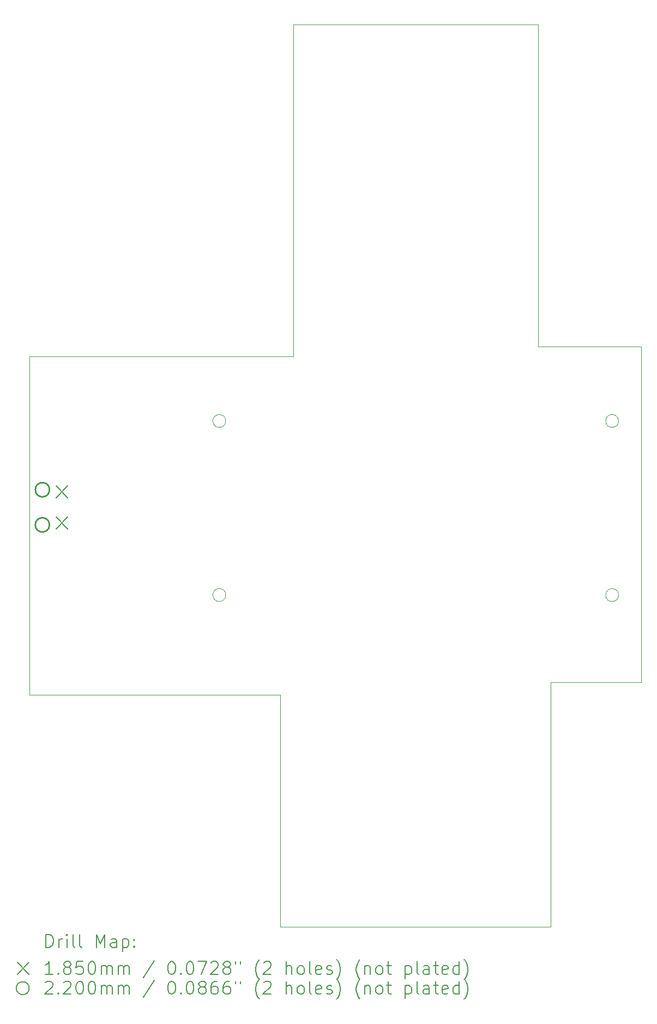
<source format=gbr>
%TF.GenerationSoftware,KiCad,Pcbnew,9.0.6*%
%TF.CreationDate,2025-12-22T22:45:33-05:00*%
%TF.ProjectId,TacoCopter_Flight_Controller,5461636f-436f-4707-9465-725f466c6967,rev?*%
%TF.SameCoordinates,Original*%
%TF.FileFunction,Drillmap*%
%TF.FilePolarity,Positive*%
%FSLAX45Y45*%
G04 Gerber Fmt 4.5, Leading zero omitted, Abs format (unit mm)*
G04 Created by KiCad (PCBNEW 9.0.6) date 2025-12-22 22:45:33*
%MOMM*%
%LPD*%
G01*
G04 APERTURE LIST*
%ADD10C,0.050000*%
%ADD11C,0.200000*%
%ADD12C,0.185000*%
%ADD13C,0.220000*%
G04 APERTURE END LIST*
D10*
X13100000Y-7650000D02*
X9000000Y-7650000D01*
X16900000Y-7500000D02*
X16900000Y-2500000D01*
X18500000Y-12700000D02*
X18500000Y-7500000D01*
X18150000Y-11350000D02*
G75*
G02*
X17950000Y-11350000I-100000J0D01*
G01*
X17950000Y-11350000D02*
G75*
G02*
X18150000Y-11350000I100000J0D01*
G01*
X9000000Y-7650000D02*
X9000000Y-12900000D01*
X18150000Y-8650000D02*
G75*
G02*
X17950000Y-8650000I-100000J0D01*
G01*
X17950000Y-8650000D02*
G75*
G02*
X18150000Y-8650000I100000J0D01*
G01*
X13100000Y-2500000D02*
X13100000Y-7650000D01*
X9000000Y-12900000D02*
X12900000Y-12900000D01*
X18500000Y-7500000D02*
X16900000Y-7500000D01*
X17100000Y-12700000D02*
X18500000Y-12700000D01*
X12900000Y-16500000D02*
X17100000Y-16500000D01*
X12050000Y-11350000D02*
G75*
G02*
X11850000Y-11350000I-100000J0D01*
G01*
X11850000Y-11350000D02*
G75*
G02*
X12050000Y-11350000I100000J0D01*
G01*
X17100000Y-16500000D02*
X17100000Y-12700000D01*
X12900000Y-12900000D02*
X12900000Y-16500000D01*
X12050000Y-8650000D02*
G75*
G02*
X11850000Y-8650000I-100000J0D01*
G01*
X11850000Y-8650000D02*
G75*
G02*
X12050000Y-8650000I100000J0D01*
G01*
X16900000Y-2500000D02*
X13100000Y-2500000D01*
D11*
D12*
X9413500Y-9654000D02*
X9598500Y-9839000D01*
X9598500Y-9654000D02*
X9413500Y-9839000D01*
X9413500Y-10139000D02*
X9598500Y-10324000D01*
X9598500Y-10139000D02*
X9413500Y-10324000D01*
D13*
X9313000Y-9716500D02*
G75*
G02*
X9093000Y-9716500I-110000J0D01*
G01*
X9093000Y-9716500D02*
G75*
G02*
X9313000Y-9716500I110000J0D01*
G01*
X9313000Y-10261500D02*
G75*
G02*
X9093000Y-10261500I-110000J0D01*
G01*
X9093000Y-10261500D02*
G75*
G02*
X9313000Y-10261500I110000J0D01*
G01*
D11*
X9258277Y-16813984D02*
X9258277Y-16613984D01*
X9258277Y-16613984D02*
X9305896Y-16613984D01*
X9305896Y-16613984D02*
X9334467Y-16623508D01*
X9334467Y-16623508D02*
X9353515Y-16642555D01*
X9353515Y-16642555D02*
X9363039Y-16661603D01*
X9363039Y-16661603D02*
X9372563Y-16699698D01*
X9372563Y-16699698D02*
X9372563Y-16728269D01*
X9372563Y-16728269D02*
X9363039Y-16766365D01*
X9363039Y-16766365D02*
X9353515Y-16785412D01*
X9353515Y-16785412D02*
X9334467Y-16804460D01*
X9334467Y-16804460D02*
X9305896Y-16813984D01*
X9305896Y-16813984D02*
X9258277Y-16813984D01*
X9458277Y-16813984D02*
X9458277Y-16680650D01*
X9458277Y-16718746D02*
X9467801Y-16699698D01*
X9467801Y-16699698D02*
X9477324Y-16690174D01*
X9477324Y-16690174D02*
X9496372Y-16680650D01*
X9496372Y-16680650D02*
X9515420Y-16680650D01*
X9582086Y-16813984D02*
X9582086Y-16680650D01*
X9582086Y-16613984D02*
X9572563Y-16623508D01*
X9572563Y-16623508D02*
X9582086Y-16633031D01*
X9582086Y-16633031D02*
X9591610Y-16623508D01*
X9591610Y-16623508D02*
X9582086Y-16613984D01*
X9582086Y-16613984D02*
X9582086Y-16633031D01*
X9705896Y-16813984D02*
X9686848Y-16804460D01*
X9686848Y-16804460D02*
X9677324Y-16785412D01*
X9677324Y-16785412D02*
X9677324Y-16613984D01*
X9810658Y-16813984D02*
X9791610Y-16804460D01*
X9791610Y-16804460D02*
X9782086Y-16785412D01*
X9782086Y-16785412D02*
X9782086Y-16613984D01*
X10039229Y-16813984D02*
X10039229Y-16613984D01*
X10039229Y-16613984D02*
X10105896Y-16756841D01*
X10105896Y-16756841D02*
X10172563Y-16613984D01*
X10172563Y-16613984D02*
X10172563Y-16813984D01*
X10353515Y-16813984D02*
X10353515Y-16709222D01*
X10353515Y-16709222D02*
X10343991Y-16690174D01*
X10343991Y-16690174D02*
X10324944Y-16680650D01*
X10324944Y-16680650D02*
X10286848Y-16680650D01*
X10286848Y-16680650D02*
X10267801Y-16690174D01*
X10353515Y-16804460D02*
X10334467Y-16813984D01*
X10334467Y-16813984D02*
X10286848Y-16813984D01*
X10286848Y-16813984D02*
X10267801Y-16804460D01*
X10267801Y-16804460D02*
X10258277Y-16785412D01*
X10258277Y-16785412D02*
X10258277Y-16766365D01*
X10258277Y-16766365D02*
X10267801Y-16747317D01*
X10267801Y-16747317D02*
X10286848Y-16737793D01*
X10286848Y-16737793D02*
X10334467Y-16737793D01*
X10334467Y-16737793D02*
X10353515Y-16728269D01*
X10448753Y-16680650D02*
X10448753Y-16880650D01*
X10448753Y-16690174D02*
X10467801Y-16680650D01*
X10467801Y-16680650D02*
X10505896Y-16680650D01*
X10505896Y-16680650D02*
X10524944Y-16690174D01*
X10524944Y-16690174D02*
X10534467Y-16699698D01*
X10534467Y-16699698D02*
X10543991Y-16718746D01*
X10543991Y-16718746D02*
X10543991Y-16775888D01*
X10543991Y-16775888D02*
X10534467Y-16794936D01*
X10534467Y-16794936D02*
X10524944Y-16804460D01*
X10524944Y-16804460D02*
X10505896Y-16813984D01*
X10505896Y-16813984D02*
X10467801Y-16813984D01*
X10467801Y-16813984D02*
X10448753Y-16804460D01*
X10629705Y-16794936D02*
X10639229Y-16804460D01*
X10639229Y-16804460D02*
X10629705Y-16813984D01*
X10629705Y-16813984D02*
X10620182Y-16804460D01*
X10620182Y-16804460D02*
X10629705Y-16794936D01*
X10629705Y-16794936D02*
X10629705Y-16813984D01*
X10629705Y-16690174D02*
X10639229Y-16699698D01*
X10639229Y-16699698D02*
X10629705Y-16709222D01*
X10629705Y-16709222D02*
X10620182Y-16699698D01*
X10620182Y-16699698D02*
X10629705Y-16690174D01*
X10629705Y-16690174D02*
X10629705Y-16709222D01*
D12*
X8812500Y-17050000D02*
X8997500Y-17235000D01*
X8997500Y-17050000D02*
X8812500Y-17235000D01*
D11*
X9363039Y-17233984D02*
X9248753Y-17233984D01*
X9305896Y-17233984D02*
X9305896Y-17033984D01*
X9305896Y-17033984D02*
X9286848Y-17062555D01*
X9286848Y-17062555D02*
X9267801Y-17081603D01*
X9267801Y-17081603D02*
X9248753Y-17091127D01*
X9448753Y-17214936D02*
X9458277Y-17224460D01*
X9458277Y-17224460D02*
X9448753Y-17233984D01*
X9448753Y-17233984D02*
X9439229Y-17224460D01*
X9439229Y-17224460D02*
X9448753Y-17214936D01*
X9448753Y-17214936D02*
X9448753Y-17233984D01*
X9572563Y-17119698D02*
X9553515Y-17110174D01*
X9553515Y-17110174D02*
X9543991Y-17100650D01*
X9543991Y-17100650D02*
X9534467Y-17081603D01*
X9534467Y-17081603D02*
X9534467Y-17072079D01*
X9534467Y-17072079D02*
X9543991Y-17053031D01*
X9543991Y-17053031D02*
X9553515Y-17043508D01*
X9553515Y-17043508D02*
X9572563Y-17033984D01*
X9572563Y-17033984D02*
X9610658Y-17033984D01*
X9610658Y-17033984D02*
X9629705Y-17043508D01*
X9629705Y-17043508D02*
X9639229Y-17053031D01*
X9639229Y-17053031D02*
X9648753Y-17072079D01*
X9648753Y-17072079D02*
X9648753Y-17081603D01*
X9648753Y-17081603D02*
X9639229Y-17100650D01*
X9639229Y-17100650D02*
X9629705Y-17110174D01*
X9629705Y-17110174D02*
X9610658Y-17119698D01*
X9610658Y-17119698D02*
X9572563Y-17119698D01*
X9572563Y-17119698D02*
X9553515Y-17129222D01*
X9553515Y-17129222D02*
X9543991Y-17138746D01*
X9543991Y-17138746D02*
X9534467Y-17157793D01*
X9534467Y-17157793D02*
X9534467Y-17195889D01*
X9534467Y-17195889D02*
X9543991Y-17214936D01*
X9543991Y-17214936D02*
X9553515Y-17224460D01*
X9553515Y-17224460D02*
X9572563Y-17233984D01*
X9572563Y-17233984D02*
X9610658Y-17233984D01*
X9610658Y-17233984D02*
X9629705Y-17224460D01*
X9629705Y-17224460D02*
X9639229Y-17214936D01*
X9639229Y-17214936D02*
X9648753Y-17195889D01*
X9648753Y-17195889D02*
X9648753Y-17157793D01*
X9648753Y-17157793D02*
X9639229Y-17138746D01*
X9639229Y-17138746D02*
X9629705Y-17129222D01*
X9629705Y-17129222D02*
X9610658Y-17119698D01*
X9829705Y-17033984D02*
X9734467Y-17033984D01*
X9734467Y-17033984D02*
X9724944Y-17129222D01*
X9724944Y-17129222D02*
X9734467Y-17119698D01*
X9734467Y-17119698D02*
X9753515Y-17110174D01*
X9753515Y-17110174D02*
X9801134Y-17110174D01*
X9801134Y-17110174D02*
X9820182Y-17119698D01*
X9820182Y-17119698D02*
X9829705Y-17129222D01*
X9829705Y-17129222D02*
X9839229Y-17148270D01*
X9839229Y-17148270D02*
X9839229Y-17195889D01*
X9839229Y-17195889D02*
X9829705Y-17214936D01*
X9829705Y-17214936D02*
X9820182Y-17224460D01*
X9820182Y-17224460D02*
X9801134Y-17233984D01*
X9801134Y-17233984D02*
X9753515Y-17233984D01*
X9753515Y-17233984D02*
X9734467Y-17224460D01*
X9734467Y-17224460D02*
X9724944Y-17214936D01*
X9963039Y-17033984D02*
X9982086Y-17033984D01*
X9982086Y-17033984D02*
X10001134Y-17043508D01*
X10001134Y-17043508D02*
X10010658Y-17053031D01*
X10010658Y-17053031D02*
X10020182Y-17072079D01*
X10020182Y-17072079D02*
X10029705Y-17110174D01*
X10029705Y-17110174D02*
X10029705Y-17157793D01*
X10029705Y-17157793D02*
X10020182Y-17195889D01*
X10020182Y-17195889D02*
X10010658Y-17214936D01*
X10010658Y-17214936D02*
X10001134Y-17224460D01*
X10001134Y-17224460D02*
X9982086Y-17233984D01*
X9982086Y-17233984D02*
X9963039Y-17233984D01*
X9963039Y-17233984D02*
X9943991Y-17224460D01*
X9943991Y-17224460D02*
X9934467Y-17214936D01*
X9934467Y-17214936D02*
X9924944Y-17195889D01*
X9924944Y-17195889D02*
X9915420Y-17157793D01*
X9915420Y-17157793D02*
X9915420Y-17110174D01*
X9915420Y-17110174D02*
X9924944Y-17072079D01*
X9924944Y-17072079D02*
X9934467Y-17053031D01*
X9934467Y-17053031D02*
X9943991Y-17043508D01*
X9943991Y-17043508D02*
X9963039Y-17033984D01*
X10115420Y-17233984D02*
X10115420Y-17100650D01*
X10115420Y-17119698D02*
X10124944Y-17110174D01*
X10124944Y-17110174D02*
X10143991Y-17100650D01*
X10143991Y-17100650D02*
X10172563Y-17100650D01*
X10172563Y-17100650D02*
X10191610Y-17110174D01*
X10191610Y-17110174D02*
X10201134Y-17129222D01*
X10201134Y-17129222D02*
X10201134Y-17233984D01*
X10201134Y-17129222D02*
X10210658Y-17110174D01*
X10210658Y-17110174D02*
X10229705Y-17100650D01*
X10229705Y-17100650D02*
X10258277Y-17100650D01*
X10258277Y-17100650D02*
X10277325Y-17110174D01*
X10277325Y-17110174D02*
X10286848Y-17129222D01*
X10286848Y-17129222D02*
X10286848Y-17233984D01*
X10382086Y-17233984D02*
X10382086Y-17100650D01*
X10382086Y-17119698D02*
X10391610Y-17110174D01*
X10391610Y-17110174D02*
X10410658Y-17100650D01*
X10410658Y-17100650D02*
X10439229Y-17100650D01*
X10439229Y-17100650D02*
X10458277Y-17110174D01*
X10458277Y-17110174D02*
X10467801Y-17129222D01*
X10467801Y-17129222D02*
X10467801Y-17233984D01*
X10467801Y-17129222D02*
X10477325Y-17110174D01*
X10477325Y-17110174D02*
X10496372Y-17100650D01*
X10496372Y-17100650D02*
X10524944Y-17100650D01*
X10524944Y-17100650D02*
X10543991Y-17110174D01*
X10543991Y-17110174D02*
X10553515Y-17129222D01*
X10553515Y-17129222D02*
X10553515Y-17233984D01*
X10943991Y-17024460D02*
X10772563Y-17281603D01*
X11201134Y-17033984D02*
X11220182Y-17033984D01*
X11220182Y-17033984D02*
X11239229Y-17043508D01*
X11239229Y-17043508D02*
X11248753Y-17053031D01*
X11248753Y-17053031D02*
X11258277Y-17072079D01*
X11258277Y-17072079D02*
X11267801Y-17110174D01*
X11267801Y-17110174D02*
X11267801Y-17157793D01*
X11267801Y-17157793D02*
X11258277Y-17195889D01*
X11258277Y-17195889D02*
X11248753Y-17214936D01*
X11248753Y-17214936D02*
X11239229Y-17224460D01*
X11239229Y-17224460D02*
X11220182Y-17233984D01*
X11220182Y-17233984D02*
X11201134Y-17233984D01*
X11201134Y-17233984D02*
X11182087Y-17224460D01*
X11182087Y-17224460D02*
X11172563Y-17214936D01*
X11172563Y-17214936D02*
X11163039Y-17195889D01*
X11163039Y-17195889D02*
X11153515Y-17157793D01*
X11153515Y-17157793D02*
X11153515Y-17110174D01*
X11153515Y-17110174D02*
X11163039Y-17072079D01*
X11163039Y-17072079D02*
X11172563Y-17053031D01*
X11172563Y-17053031D02*
X11182087Y-17043508D01*
X11182087Y-17043508D02*
X11201134Y-17033984D01*
X11353515Y-17214936D02*
X11363039Y-17224460D01*
X11363039Y-17224460D02*
X11353515Y-17233984D01*
X11353515Y-17233984D02*
X11343991Y-17224460D01*
X11343991Y-17224460D02*
X11353515Y-17214936D01*
X11353515Y-17214936D02*
X11353515Y-17233984D01*
X11486848Y-17033984D02*
X11505896Y-17033984D01*
X11505896Y-17033984D02*
X11524944Y-17043508D01*
X11524944Y-17043508D02*
X11534467Y-17053031D01*
X11534467Y-17053031D02*
X11543991Y-17072079D01*
X11543991Y-17072079D02*
X11553515Y-17110174D01*
X11553515Y-17110174D02*
X11553515Y-17157793D01*
X11553515Y-17157793D02*
X11543991Y-17195889D01*
X11543991Y-17195889D02*
X11534467Y-17214936D01*
X11534467Y-17214936D02*
X11524944Y-17224460D01*
X11524944Y-17224460D02*
X11505896Y-17233984D01*
X11505896Y-17233984D02*
X11486848Y-17233984D01*
X11486848Y-17233984D02*
X11467801Y-17224460D01*
X11467801Y-17224460D02*
X11458277Y-17214936D01*
X11458277Y-17214936D02*
X11448753Y-17195889D01*
X11448753Y-17195889D02*
X11439229Y-17157793D01*
X11439229Y-17157793D02*
X11439229Y-17110174D01*
X11439229Y-17110174D02*
X11448753Y-17072079D01*
X11448753Y-17072079D02*
X11458277Y-17053031D01*
X11458277Y-17053031D02*
X11467801Y-17043508D01*
X11467801Y-17043508D02*
X11486848Y-17033984D01*
X11620182Y-17033984D02*
X11753515Y-17033984D01*
X11753515Y-17033984D02*
X11667801Y-17233984D01*
X11820182Y-17053031D02*
X11829706Y-17043508D01*
X11829706Y-17043508D02*
X11848753Y-17033984D01*
X11848753Y-17033984D02*
X11896372Y-17033984D01*
X11896372Y-17033984D02*
X11915420Y-17043508D01*
X11915420Y-17043508D02*
X11924944Y-17053031D01*
X11924944Y-17053031D02*
X11934467Y-17072079D01*
X11934467Y-17072079D02*
X11934467Y-17091127D01*
X11934467Y-17091127D02*
X11924944Y-17119698D01*
X11924944Y-17119698D02*
X11810658Y-17233984D01*
X11810658Y-17233984D02*
X11934467Y-17233984D01*
X12048753Y-17119698D02*
X12029706Y-17110174D01*
X12029706Y-17110174D02*
X12020182Y-17100650D01*
X12020182Y-17100650D02*
X12010658Y-17081603D01*
X12010658Y-17081603D02*
X12010658Y-17072079D01*
X12010658Y-17072079D02*
X12020182Y-17053031D01*
X12020182Y-17053031D02*
X12029706Y-17043508D01*
X12029706Y-17043508D02*
X12048753Y-17033984D01*
X12048753Y-17033984D02*
X12086848Y-17033984D01*
X12086848Y-17033984D02*
X12105896Y-17043508D01*
X12105896Y-17043508D02*
X12115420Y-17053031D01*
X12115420Y-17053031D02*
X12124944Y-17072079D01*
X12124944Y-17072079D02*
X12124944Y-17081603D01*
X12124944Y-17081603D02*
X12115420Y-17100650D01*
X12115420Y-17100650D02*
X12105896Y-17110174D01*
X12105896Y-17110174D02*
X12086848Y-17119698D01*
X12086848Y-17119698D02*
X12048753Y-17119698D01*
X12048753Y-17119698D02*
X12029706Y-17129222D01*
X12029706Y-17129222D02*
X12020182Y-17138746D01*
X12020182Y-17138746D02*
X12010658Y-17157793D01*
X12010658Y-17157793D02*
X12010658Y-17195889D01*
X12010658Y-17195889D02*
X12020182Y-17214936D01*
X12020182Y-17214936D02*
X12029706Y-17224460D01*
X12029706Y-17224460D02*
X12048753Y-17233984D01*
X12048753Y-17233984D02*
X12086848Y-17233984D01*
X12086848Y-17233984D02*
X12105896Y-17224460D01*
X12105896Y-17224460D02*
X12115420Y-17214936D01*
X12115420Y-17214936D02*
X12124944Y-17195889D01*
X12124944Y-17195889D02*
X12124944Y-17157793D01*
X12124944Y-17157793D02*
X12115420Y-17138746D01*
X12115420Y-17138746D02*
X12105896Y-17129222D01*
X12105896Y-17129222D02*
X12086848Y-17119698D01*
X12201134Y-17033984D02*
X12201134Y-17072079D01*
X12277325Y-17033984D02*
X12277325Y-17072079D01*
X12572563Y-17310174D02*
X12563039Y-17300650D01*
X12563039Y-17300650D02*
X12543991Y-17272079D01*
X12543991Y-17272079D02*
X12534468Y-17253031D01*
X12534468Y-17253031D02*
X12524944Y-17224460D01*
X12524944Y-17224460D02*
X12515420Y-17176841D01*
X12515420Y-17176841D02*
X12515420Y-17138746D01*
X12515420Y-17138746D02*
X12524944Y-17091127D01*
X12524944Y-17091127D02*
X12534468Y-17062555D01*
X12534468Y-17062555D02*
X12543991Y-17043508D01*
X12543991Y-17043508D02*
X12563039Y-17014936D01*
X12563039Y-17014936D02*
X12572563Y-17005412D01*
X12639229Y-17053031D02*
X12648753Y-17043508D01*
X12648753Y-17043508D02*
X12667801Y-17033984D01*
X12667801Y-17033984D02*
X12715420Y-17033984D01*
X12715420Y-17033984D02*
X12734468Y-17043508D01*
X12734468Y-17043508D02*
X12743991Y-17053031D01*
X12743991Y-17053031D02*
X12753515Y-17072079D01*
X12753515Y-17072079D02*
X12753515Y-17091127D01*
X12753515Y-17091127D02*
X12743991Y-17119698D01*
X12743991Y-17119698D02*
X12629706Y-17233984D01*
X12629706Y-17233984D02*
X12753515Y-17233984D01*
X12991610Y-17233984D02*
X12991610Y-17033984D01*
X13077325Y-17233984D02*
X13077325Y-17129222D01*
X13077325Y-17129222D02*
X13067801Y-17110174D01*
X13067801Y-17110174D02*
X13048753Y-17100650D01*
X13048753Y-17100650D02*
X13020182Y-17100650D01*
X13020182Y-17100650D02*
X13001134Y-17110174D01*
X13001134Y-17110174D02*
X12991610Y-17119698D01*
X13201134Y-17233984D02*
X13182087Y-17224460D01*
X13182087Y-17224460D02*
X13172563Y-17214936D01*
X13172563Y-17214936D02*
X13163039Y-17195889D01*
X13163039Y-17195889D02*
X13163039Y-17138746D01*
X13163039Y-17138746D02*
X13172563Y-17119698D01*
X13172563Y-17119698D02*
X13182087Y-17110174D01*
X13182087Y-17110174D02*
X13201134Y-17100650D01*
X13201134Y-17100650D02*
X13229706Y-17100650D01*
X13229706Y-17100650D02*
X13248753Y-17110174D01*
X13248753Y-17110174D02*
X13258277Y-17119698D01*
X13258277Y-17119698D02*
X13267801Y-17138746D01*
X13267801Y-17138746D02*
X13267801Y-17195889D01*
X13267801Y-17195889D02*
X13258277Y-17214936D01*
X13258277Y-17214936D02*
X13248753Y-17224460D01*
X13248753Y-17224460D02*
X13229706Y-17233984D01*
X13229706Y-17233984D02*
X13201134Y-17233984D01*
X13382087Y-17233984D02*
X13363039Y-17224460D01*
X13363039Y-17224460D02*
X13353515Y-17205412D01*
X13353515Y-17205412D02*
X13353515Y-17033984D01*
X13534468Y-17224460D02*
X13515420Y-17233984D01*
X13515420Y-17233984D02*
X13477325Y-17233984D01*
X13477325Y-17233984D02*
X13458277Y-17224460D01*
X13458277Y-17224460D02*
X13448753Y-17205412D01*
X13448753Y-17205412D02*
X13448753Y-17129222D01*
X13448753Y-17129222D02*
X13458277Y-17110174D01*
X13458277Y-17110174D02*
X13477325Y-17100650D01*
X13477325Y-17100650D02*
X13515420Y-17100650D01*
X13515420Y-17100650D02*
X13534468Y-17110174D01*
X13534468Y-17110174D02*
X13543991Y-17129222D01*
X13543991Y-17129222D02*
X13543991Y-17148270D01*
X13543991Y-17148270D02*
X13448753Y-17167317D01*
X13620182Y-17224460D02*
X13639230Y-17233984D01*
X13639230Y-17233984D02*
X13677325Y-17233984D01*
X13677325Y-17233984D02*
X13696372Y-17224460D01*
X13696372Y-17224460D02*
X13705896Y-17205412D01*
X13705896Y-17205412D02*
X13705896Y-17195889D01*
X13705896Y-17195889D02*
X13696372Y-17176841D01*
X13696372Y-17176841D02*
X13677325Y-17167317D01*
X13677325Y-17167317D02*
X13648753Y-17167317D01*
X13648753Y-17167317D02*
X13629706Y-17157793D01*
X13629706Y-17157793D02*
X13620182Y-17138746D01*
X13620182Y-17138746D02*
X13620182Y-17129222D01*
X13620182Y-17129222D02*
X13629706Y-17110174D01*
X13629706Y-17110174D02*
X13648753Y-17100650D01*
X13648753Y-17100650D02*
X13677325Y-17100650D01*
X13677325Y-17100650D02*
X13696372Y-17110174D01*
X13772563Y-17310174D02*
X13782087Y-17300650D01*
X13782087Y-17300650D02*
X13801134Y-17272079D01*
X13801134Y-17272079D02*
X13810658Y-17253031D01*
X13810658Y-17253031D02*
X13820182Y-17224460D01*
X13820182Y-17224460D02*
X13829706Y-17176841D01*
X13829706Y-17176841D02*
X13829706Y-17138746D01*
X13829706Y-17138746D02*
X13820182Y-17091127D01*
X13820182Y-17091127D02*
X13810658Y-17062555D01*
X13810658Y-17062555D02*
X13801134Y-17043508D01*
X13801134Y-17043508D02*
X13782087Y-17014936D01*
X13782087Y-17014936D02*
X13772563Y-17005412D01*
X14134468Y-17310174D02*
X14124944Y-17300650D01*
X14124944Y-17300650D02*
X14105896Y-17272079D01*
X14105896Y-17272079D02*
X14096372Y-17253031D01*
X14096372Y-17253031D02*
X14086849Y-17224460D01*
X14086849Y-17224460D02*
X14077325Y-17176841D01*
X14077325Y-17176841D02*
X14077325Y-17138746D01*
X14077325Y-17138746D02*
X14086849Y-17091127D01*
X14086849Y-17091127D02*
X14096372Y-17062555D01*
X14096372Y-17062555D02*
X14105896Y-17043508D01*
X14105896Y-17043508D02*
X14124944Y-17014936D01*
X14124944Y-17014936D02*
X14134468Y-17005412D01*
X14210658Y-17100650D02*
X14210658Y-17233984D01*
X14210658Y-17119698D02*
X14220182Y-17110174D01*
X14220182Y-17110174D02*
X14239230Y-17100650D01*
X14239230Y-17100650D02*
X14267801Y-17100650D01*
X14267801Y-17100650D02*
X14286849Y-17110174D01*
X14286849Y-17110174D02*
X14296372Y-17129222D01*
X14296372Y-17129222D02*
X14296372Y-17233984D01*
X14420182Y-17233984D02*
X14401134Y-17224460D01*
X14401134Y-17224460D02*
X14391611Y-17214936D01*
X14391611Y-17214936D02*
X14382087Y-17195889D01*
X14382087Y-17195889D02*
X14382087Y-17138746D01*
X14382087Y-17138746D02*
X14391611Y-17119698D01*
X14391611Y-17119698D02*
X14401134Y-17110174D01*
X14401134Y-17110174D02*
X14420182Y-17100650D01*
X14420182Y-17100650D02*
X14448753Y-17100650D01*
X14448753Y-17100650D02*
X14467801Y-17110174D01*
X14467801Y-17110174D02*
X14477325Y-17119698D01*
X14477325Y-17119698D02*
X14486849Y-17138746D01*
X14486849Y-17138746D02*
X14486849Y-17195889D01*
X14486849Y-17195889D02*
X14477325Y-17214936D01*
X14477325Y-17214936D02*
X14467801Y-17224460D01*
X14467801Y-17224460D02*
X14448753Y-17233984D01*
X14448753Y-17233984D02*
X14420182Y-17233984D01*
X14543992Y-17100650D02*
X14620182Y-17100650D01*
X14572563Y-17033984D02*
X14572563Y-17205412D01*
X14572563Y-17205412D02*
X14582087Y-17224460D01*
X14582087Y-17224460D02*
X14601134Y-17233984D01*
X14601134Y-17233984D02*
X14620182Y-17233984D01*
X14839230Y-17100650D02*
X14839230Y-17300650D01*
X14839230Y-17110174D02*
X14858277Y-17100650D01*
X14858277Y-17100650D02*
X14896373Y-17100650D01*
X14896373Y-17100650D02*
X14915420Y-17110174D01*
X14915420Y-17110174D02*
X14924944Y-17119698D01*
X14924944Y-17119698D02*
X14934468Y-17138746D01*
X14934468Y-17138746D02*
X14934468Y-17195889D01*
X14934468Y-17195889D02*
X14924944Y-17214936D01*
X14924944Y-17214936D02*
X14915420Y-17224460D01*
X14915420Y-17224460D02*
X14896373Y-17233984D01*
X14896373Y-17233984D02*
X14858277Y-17233984D01*
X14858277Y-17233984D02*
X14839230Y-17224460D01*
X15048753Y-17233984D02*
X15029706Y-17224460D01*
X15029706Y-17224460D02*
X15020182Y-17205412D01*
X15020182Y-17205412D02*
X15020182Y-17033984D01*
X15210658Y-17233984D02*
X15210658Y-17129222D01*
X15210658Y-17129222D02*
X15201134Y-17110174D01*
X15201134Y-17110174D02*
X15182087Y-17100650D01*
X15182087Y-17100650D02*
X15143992Y-17100650D01*
X15143992Y-17100650D02*
X15124944Y-17110174D01*
X15210658Y-17224460D02*
X15191611Y-17233984D01*
X15191611Y-17233984D02*
X15143992Y-17233984D01*
X15143992Y-17233984D02*
X15124944Y-17224460D01*
X15124944Y-17224460D02*
X15115420Y-17205412D01*
X15115420Y-17205412D02*
X15115420Y-17186365D01*
X15115420Y-17186365D02*
X15124944Y-17167317D01*
X15124944Y-17167317D02*
X15143992Y-17157793D01*
X15143992Y-17157793D02*
X15191611Y-17157793D01*
X15191611Y-17157793D02*
X15210658Y-17148270D01*
X15277325Y-17100650D02*
X15353515Y-17100650D01*
X15305896Y-17033984D02*
X15305896Y-17205412D01*
X15305896Y-17205412D02*
X15315420Y-17224460D01*
X15315420Y-17224460D02*
X15334468Y-17233984D01*
X15334468Y-17233984D02*
X15353515Y-17233984D01*
X15496373Y-17224460D02*
X15477325Y-17233984D01*
X15477325Y-17233984D02*
X15439230Y-17233984D01*
X15439230Y-17233984D02*
X15420182Y-17224460D01*
X15420182Y-17224460D02*
X15410658Y-17205412D01*
X15410658Y-17205412D02*
X15410658Y-17129222D01*
X15410658Y-17129222D02*
X15420182Y-17110174D01*
X15420182Y-17110174D02*
X15439230Y-17100650D01*
X15439230Y-17100650D02*
X15477325Y-17100650D01*
X15477325Y-17100650D02*
X15496373Y-17110174D01*
X15496373Y-17110174D02*
X15505896Y-17129222D01*
X15505896Y-17129222D02*
X15505896Y-17148270D01*
X15505896Y-17148270D02*
X15410658Y-17167317D01*
X15677325Y-17233984D02*
X15677325Y-17033984D01*
X15677325Y-17224460D02*
X15658277Y-17233984D01*
X15658277Y-17233984D02*
X15620182Y-17233984D01*
X15620182Y-17233984D02*
X15601134Y-17224460D01*
X15601134Y-17224460D02*
X15591611Y-17214936D01*
X15591611Y-17214936D02*
X15582087Y-17195889D01*
X15582087Y-17195889D02*
X15582087Y-17138746D01*
X15582087Y-17138746D02*
X15591611Y-17119698D01*
X15591611Y-17119698D02*
X15601134Y-17110174D01*
X15601134Y-17110174D02*
X15620182Y-17100650D01*
X15620182Y-17100650D02*
X15658277Y-17100650D01*
X15658277Y-17100650D02*
X15677325Y-17110174D01*
X15753515Y-17310174D02*
X15763039Y-17300650D01*
X15763039Y-17300650D02*
X15782087Y-17272079D01*
X15782087Y-17272079D02*
X15791611Y-17253031D01*
X15791611Y-17253031D02*
X15801134Y-17224460D01*
X15801134Y-17224460D02*
X15810658Y-17176841D01*
X15810658Y-17176841D02*
X15810658Y-17138746D01*
X15810658Y-17138746D02*
X15801134Y-17091127D01*
X15801134Y-17091127D02*
X15791611Y-17062555D01*
X15791611Y-17062555D02*
X15782087Y-17043508D01*
X15782087Y-17043508D02*
X15763039Y-17014936D01*
X15763039Y-17014936D02*
X15753515Y-17005412D01*
X8997500Y-17447500D02*
G75*
G02*
X8797500Y-17447500I-100000J0D01*
G01*
X8797500Y-17447500D02*
G75*
G02*
X8997500Y-17447500I100000J0D01*
G01*
X9248753Y-17358031D02*
X9258277Y-17348508D01*
X9258277Y-17348508D02*
X9277324Y-17338984D01*
X9277324Y-17338984D02*
X9324944Y-17338984D01*
X9324944Y-17338984D02*
X9343991Y-17348508D01*
X9343991Y-17348508D02*
X9353515Y-17358031D01*
X9353515Y-17358031D02*
X9363039Y-17377079D01*
X9363039Y-17377079D02*
X9363039Y-17396127D01*
X9363039Y-17396127D02*
X9353515Y-17424698D01*
X9353515Y-17424698D02*
X9239229Y-17538984D01*
X9239229Y-17538984D02*
X9363039Y-17538984D01*
X9448753Y-17519936D02*
X9458277Y-17529460D01*
X9458277Y-17529460D02*
X9448753Y-17538984D01*
X9448753Y-17538984D02*
X9439229Y-17529460D01*
X9439229Y-17529460D02*
X9448753Y-17519936D01*
X9448753Y-17519936D02*
X9448753Y-17538984D01*
X9534467Y-17358031D02*
X9543991Y-17348508D01*
X9543991Y-17348508D02*
X9563039Y-17338984D01*
X9563039Y-17338984D02*
X9610658Y-17338984D01*
X9610658Y-17338984D02*
X9629705Y-17348508D01*
X9629705Y-17348508D02*
X9639229Y-17358031D01*
X9639229Y-17358031D02*
X9648753Y-17377079D01*
X9648753Y-17377079D02*
X9648753Y-17396127D01*
X9648753Y-17396127D02*
X9639229Y-17424698D01*
X9639229Y-17424698D02*
X9524944Y-17538984D01*
X9524944Y-17538984D02*
X9648753Y-17538984D01*
X9772563Y-17338984D02*
X9791610Y-17338984D01*
X9791610Y-17338984D02*
X9810658Y-17348508D01*
X9810658Y-17348508D02*
X9820182Y-17358031D01*
X9820182Y-17358031D02*
X9829705Y-17377079D01*
X9829705Y-17377079D02*
X9839229Y-17415174D01*
X9839229Y-17415174D02*
X9839229Y-17462793D01*
X9839229Y-17462793D02*
X9829705Y-17500889D01*
X9829705Y-17500889D02*
X9820182Y-17519936D01*
X9820182Y-17519936D02*
X9810658Y-17529460D01*
X9810658Y-17529460D02*
X9791610Y-17538984D01*
X9791610Y-17538984D02*
X9772563Y-17538984D01*
X9772563Y-17538984D02*
X9753515Y-17529460D01*
X9753515Y-17529460D02*
X9743991Y-17519936D01*
X9743991Y-17519936D02*
X9734467Y-17500889D01*
X9734467Y-17500889D02*
X9724944Y-17462793D01*
X9724944Y-17462793D02*
X9724944Y-17415174D01*
X9724944Y-17415174D02*
X9734467Y-17377079D01*
X9734467Y-17377079D02*
X9743991Y-17358031D01*
X9743991Y-17358031D02*
X9753515Y-17348508D01*
X9753515Y-17348508D02*
X9772563Y-17338984D01*
X9963039Y-17338984D02*
X9982086Y-17338984D01*
X9982086Y-17338984D02*
X10001134Y-17348508D01*
X10001134Y-17348508D02*
X10010658Y-17358031D01*
X10010658Y-17358031D02*
X10020182Y-17377079D01*
X10020182Y-17377079D02*
X10029705Y-17415174D01*
X10029705Y-17415174D02*
X10029705Y-17462793D01*
X10029705Y-17462793D02*
X10020182Y-17500889D01*
X10020182Y-17500889D02*
X10010658Y-17519936D01*
X10010658Y-17519936D02*
X10001134Y-17529460D01*
X10001134Y-17529460D02*
X9982086Y-17538984D01*
X9982086Y-17538984D02*
X9963039Y-17538984D01*
X9963039Y-17538984D02*
X9943991Y-17529460D01*
X9943991Y-17529460D02*
X9934467Y-17519936D01*
X9934467Y-17519936D02*
X9924944Y-17500889D01*
X9924944Y-17500889D02*
X9915420Y-17462793D01*
X9915420Y-17462793D02*
X9915420Y-17415174D01*
X9915420Y-17415174D02*
X9924944Y-17377079D01*
X9924944Y-17377079D02*
X9934467Y-17358031D01*
X9934467Y-17358031D02*
X9943991Y-17348508D01*
X9943991Y-17348508D02*
X9963039Y-17338984D01*
X10115420Y-17538984D02*
X10115420Y-17405650D01*
X10115420Y-17424698D02*
X10124944Y-17415174D01*
X10124944Y-17415174D02*
X10143991Y-17405650D01*
X10143991Y-17405650D02*
X10172563Y-17405650D01*
X10172563Y-17405650D02*
X10191610Y-17415174D01*
X10191610Y-17415174D02*
X10201134Y-17434222D01*
X10201134Y-17434222D02*
X10201134Y-17538984D01*
X10201134Y-17434222D02*
X10210658Y-17415174D01*
X10210658Y-17415174D02*
X10229705Y-17405650D01*
X10229705Y-17405650D02*
X10258277Y-17405650D01*
X10258277Y-17405650D02*
X10277325Y-17415174D01*
X10277325Y-17415174D02*
X10286848Y-17434222D01*
X10286848Y-17434222D02*
X10286848Y-17538984D01*
X10382086Y-17538984D02*
X10382086Y-17405650D01*
X10382086Y-17424698D02*
X10391610Y-17415174D01*
X10391610Y-17415174D02*
X10410658Y-17405650D01*
X10410658Y-17405650D02*
X10439229Y-17405650D01*
X10439229Y-17405650D02*
X10458277Y-17415174D01*
X10458277Y-17415174D02*
X10467801Y-17434222D01*
X10467801Y-17434222D02*
X10467801Y-17538984D01*
X10467801Y-17434222D02*
X10477325Y-17415174D01*
X10477325Y-17415174D02*
X10496372Y-17405650D01*
X10496372Y-17405650D02*
X10524944Y-17405650D01*
X10524944Y-17405650D02*
X10543991Y-17415174D01*
X10543991Y-17415174D02*
X10553515Y-17434222D01*
X10553515Y-17434222D02*
X10553515Y-17538984D01*
X10943991Y-17329460D02*
X10772563Y-17586603D01*
X11201134Y-17338984D02*
X11220182Y-17338984D01*
X11220182Y-17338984D02*
X11239229Y-17348508D01*
X11239229Y-17348508D02*
X11248753Y-17358031D01*
X11248753Y-17358031D02*
X11258277Y-17377079D01*
X11258277Y-17377079D02*
X11267801Y-17415174D01*
X11267801Y-17415174D02*
X11267801Y-17462793D01*
X11267801Y-17462793D02*
X11258277Y-17500889D01*
X11258277Y-17500889D02*
X11248753Y-17519936D01*
X11248753Y-17519936D02*
X11239229Y-17529460D01*
X11239229Y-17529460D02*
X11220182Y-17538984D01*
X11220182Y-17538984D02*
X11201134Y-17538984D01*
X11201134Y-17538984D02*
X11182087Y-17529460D01*
X11182087Y-17529460D02*
X11172563Y-17519936D01*
X11172563Y-17519936D02*
X11163039Y-17500889D01*
X11163039Y-17500889D02*
X11153515Y-17462793D01*
X11153515Y-17462793D02*
X11153515Y-17415174D01*
X11153515Y-17415174D02*
X11163039Y-17377079D01*
X11163039Y-17377079D02*
X11172563Y-17358031D01*
X11172563Y-17358031D02*
X11182087Y-17348508D01*
X11182087Y-17348508D02*
X11201134Y-17338984D01*
X11353515Y-17519936D02*
X11363039Y-17529460D01*
X11363039Y-17529460D02*
X11353515Y-17538984D01*
X11353515Y-17538984D02*
X11343991Y-17529460D01*
X11343991Y-17529460D02*
X11353515Y-17519936D01*
X11353515Y-17519936D02*
X11353515Y-17538984D01*
X11486848Y-17338984D02*
X11505896Y-17338984D01*
X11505896Y-17338984D02*
X11524944Y-17348508D01*
X11524944Y-17348508D02*
X11534467Y-17358031D01*
X11534467Y-17358031D02*
X11543991Y-17377079D01*
X11543991Y-17377079D02*
X11553515Y-17415174D01*
X11553515Y-17415174D02*
X11553515Y-17462793D01*
X11553515Y-17462793D02*
X11543991Y-17500889D01*
X11543991Y-17500889D02*
X11534467Y-17519936D01*
X11534467Y-17519936D02*
X11524944Y-17529460D01*
X11524944Y-17529460D02*
X11505896Y-17538984D01*
X11505896Y-17538984D02*
X11486848Y-17538984D01*
X11486848Y-17538984D02*
X11467801Y-17529460D01*
X11467801Y-17529460D02*
X11458277Y-17519936D01*
X11458277Y-17519936D02*
X11448753Y-17500889D01*
X11448753Y-17500889D02*
X11439229Y-17462793D01*
X11439229Y-17462793D02*
X11439229Y-17415174D01*
X11439229Y-17415174D02*
X11448753Y-17377079D01*
X11448753Y-17377079D02*
X11458277Y-17358031D01*
X11458277Y-17358031D02*
X11467801Y-17348508D01*
X11467801Y-17348508D02*
X11486848Y-17338984D01*
X11667801Y-17424698D02*
X11648753Y-17415174D01*
X11648753Y-17415174D02*
X11639229Y-17405650D01*
X11639229Y-17405650D02*
X11629706Y-17386603D01*
X11629706Y-17386603D02*
X11629706Y-17377079D01*
X11629706Y-17377079D02*
X11639229Y-17358031D01*
X11639229Y-17358031D02*
X11648753Y-17348508D01*
X11648753Y-17348508D02*
X11667801Y-17338984D01*
X11667801Y-17338984D02*
X11705896Y-17338984D01*
X11705896Y-17338984D02*
X11724944Y-17348508D01*
X11724944Y-17348508D02*
X11734467Y-17358031D01*
X11734467Y-17358031D02*
X11743991Y-17377079D01*
X11743991Y-17377079D02*
X11743991Y-17386603D01*
X11743991Y-17386603D02*
X11734467Y-17405650D01*
X11734467Y-17405650D02*
X11724944Y-17415174D01*
X11724944Y-17415174D02*
X11705896Y-17424698D01*
X11705896Y-17424698D02*
X11667801Y-17424698D01*
X11667801Y-17424698D02*
X11648753Y-17434222D01*
X11648753Y-17434222D02*
X11639229Y-17443746D01*
X11639229Y-17443746D02*
X11629706Y-17462793D01*
X11629706Y-17462793D02*
X11629706Y-17500889D01*
X11629706Y-17500889D02*
X11639229Y-17519936D01*
X11639229Y-17519936D02*
X11648753Y-17529460D01*
X11648753Y-17529460D02*
X11667801Y-17538984D01*
X11667801Y-17538984D02*
X11705896Y-17538984D01*
X11705896Y-17538984D02*
X11724944Y-17529460D01*
X11724944Y-17529460D02*
X11734467Y-17519936D01*
X11734467Y-17519936D02*
X11743991Y-17500889D01*
X11743991Y-17500889D02*
X11743991Y-17462793D01*
X11743991Y-17462793D02*
X11734467Y-17443746D01*
X11734467Y-17443746D02*
X11724944Y-17434222D01*
X11724944Y-17434222D02*
X11705896Y-17424698D01*
X11915420Y-17338984D02*
X11877325Y-17338984D01*
X11877325Y-17338984D02*
X11858277Y-17348508D01*
X11858277Y-17348508D02*
X11848753Y-17358031D01*
X11848753Y-17358031D02*
X11829706Y-17386603D01*
X11829706Y-17386603D02*
X11820182Y-17424698D01*
X11820182Y-17424698D02*
X11820182Y-17500889D01*
X11820182Y-17500889D02*
X11829706Y-17519936D01*
X11829706Y-17519936D02*
X11839229Y-17529460D01*
X11839229Y-17529460D02*
X11858277Y-17538984D01*
X11858277Y-17538984D02*
X11896372Y-17538984D01*
X11896372Y-17538984D02*
X11915420Y-17529460D01*
X11915420Y-17529460D02*
X11924944Y-17519936D01*
X11924944Y-17519936D02*
X11934467Y-17500889D01*
X11934467Y-17500889D02*
X11934467Y-17453270D01*
X11934467Y-17453270D02*
X11924944Y-17434222D01*
X11924944Y-17434222D02*
X11915420Y-17424698D01*
X11915420Y-17424698D02*
X11896372Y-17415174D01*
X11896372Y-17415174D02*
X11858277Y-17415174D01*
X11858277Y-17415174D02*
X11839229Y-17424698D01*
X11839229Y-17424698D02*
X11829706Y-17434222D01*
X11829706Y-17434222D02*
X11820182Y-17453270D01*
X12105896Y-17338984D02*
X12067801Y-17338984D01*
X12067801Y-17338984D02*
X12048753Y-17348508D01*
X12048753Y-17348508D02*
X12039229Y-17358031D01*
X12039229Y-17358031D02*
X12020182Y-17386603D01*
X12020182Y-17386603D02*
X12010658Y-17424698D01*
X12010658Y-17424698D02*
X12010658Y-17500889D01*
X12010658Y-17500889D02*
X12020182Y-17519936D01*
X12020182Y-17519936D02*
X12029706Y-17529460D01*
X12029706Y-17529460D02*
X12048753Y-17538984D01*
X12048753Y-17538984D02*
X12086848Y-17538984D01*
X12086848Y-17538984D02*
X12105896Y-17529460D01*
X12105896Y-17529460D02*
X12115420Y-17519936D01*
X12115420Y-17519936D02*
X12124944Y-17500889D01*
X12124944Y-17500889D02*
X12124944Y-17453270D01*
X12124944Y-17453270D02*
X12115420Y-17434222D01*
X12115420Y-17434222D02*
X12105896Y-17424698D01*
X12105896Y-17424698D02*
X12086848Y-17415174D01*
X12086848Y-17415174D02*
X12048753Y-17415174D01*
X12048753Y-17415174D02*
X12029706Y-17424698D01*
X12029706Y-17424698D02*
X12020182Y-17434222D01*
X12020182Y-17434222D02*
X12010658Y-17453270D01*
X12201134Y-17338984D02*
X12201134Y-17377079D01*
X12277325Y-17338984D02*
X12277325Y-17377079D01*
X12572563Y-17615174D02*
X12563039Y-17605650D01*
X12563039Y-17605650D02*
X12543991Y-17577079D01*
X12543991Y-17577079D02*
X12534468Y-17558031D01*
X12534468Y-17558031D02*
X12524944Y-17529460D01*
X12524944Y-17529460D02*
X12515420Y-17481841D01*
X12515420Y-17481841D02*
X12515420Y-17443746D01*
X12515420Y-17443746D02*
X12524944Y-17396127D01*
X12524944Y-17396127D02*
X12534468Y-17367555D01*
X12534468Y-17367555D02*
X12543991Y-17348508D01*
X12543991Y-17348508D02*
X12563039Y-17319936D01*
X12563039Y-17319936D02*
X12572563Y-17310412D01*
X12639229Y-17358031D02*
X12648753Y-17348508D01*
X12648753Y-17348508D02*
X12667801Y-17338984D01*
X12667801Y-17338984D02*
X12715420Y-17338984D01*
X12715420Y-17338984D02*
X12734468Y-17348508D01*
X12734468Y-17348508D02*
X12743991Y-17358031D01*
X12743991Y-17358031D02*
X12753515Y-17377079D01*
X12753515Y-17377079D02*
X12753515Y-17396127D01*
X12753515Y-17396127D02*
X12743991Y-17424698D01*
X12743991Y-17424698D02*
X12629706Y-17538984D01*
X12629706Y-17538984D02*
X12753515Y-17538984D01*
X12991610Y-17538984D02*
X12991610Y-17338984D01*
X13077325Y-17538984D02*
X13077325Y-17434222D01*
X13077325Y-17434222D02*
X13067801Y-17415174D01*
X13067801Y-17415174D02*
X13048753Y-17405650D01*
X13048753Y-17405650D02*
X13020182Y-17405650D01*
X13020182Y-17405650D02*
X13001134Y-17415174D01*
X13001134Y-17415174D02*
X12991610Y-17424698D01*
X13201134Y-17538984D02*
X13182087Y-17529460D01*
X13182087Y-17529460D02*
X13172563Y-17519936D01*
X13172563Y-17519936D02*
X13163039Y-17500889D01*
X13163039Y-17500889D02*
X13163039Y-17443746D01*
X13163039Y-17443746D02*
X13172563Y-17424698D01*
X13172563Y-17424698D02*
X13182087Y-17415174D01*
X13182087Y-17415174D02*
X13201134Y-17405650D01*
X13201134Y-17405650D02*
X13229706Y-17405650D01*
X13229706Y-17405650D02*
X13248753Y-17415174D01*
X13248753Y-17415174D02*
X13258277Y-17424698D01*
X13258277Y-17424698D02*
X13267801Y-17443746D01*
X13267801Y-17443746D02*
X13267801Y-17500889D01*
X13267801Y-17500889D02*
X13258277Y-17519936D01*
X13258277Y-17519936D02*
X13248753Y-17529460D01*
X13248753Y-17529460D02*
X13229706Y-17538984D01*
X13229706Y-17538984D02*
X13201134Y-17538984D01*
X13382087Y-17538984D02*
X13363039Y-17529460D01*
X13363039Y-17529460D02*
X13353515Y-17510412D01*
X13353515Y-17510412D02*
X13353515Y-17338984D01*
X13534468Y-17529460D02*
X13515420Y-17538984D01*
X13515420Y-17538984D02*
X13477325Y-17538984D01*
X13477325Y-17538984D02*
X13458277Y-17529460D01*
X13458277Y-17529460D02*
X13448753Y-17510412D01*
X13448753Y-17510412D02*
X13448753Y-17434222D01*
X13448753Y-17434222D02*
X13458277Y-17415174D01*
X13458277Y-17415174D02*
X13477325Y-17405650D01*
X13477325Y-17405650D02*
X13515420Y-17405650D01*
X13515420Y-17405650D02*
X13534468Y-17415174D01*
X13534468Y-17415174D02*
X13543991Y-17434222D01*
X13543991Y-17434222D02*
X13543991Y-17453270D01*
X13543991Y-17453270D02*
X13448753Y-17472317D01*
X13620182Y-17529460D02*
X13639230Y-17538984D01*
X13639230Y-17538984D02*
X13677325Y-17538984D01*
X13677325Y-17538984D02*
X13696372Y-17529460D01*
X13696372Y-17529460D02*
X13705896Y-17510412D01*
X13705896Y-17510412D02*
X13705896Y-17500889D01*
X13705896Y-17500889D02*
X13696372Y-17481841D01*
X13696372Y-17481841D02*
X13677325Y-17472317D01*
X13677325Y-17472317D02*
X13648753Y-17472317D01*
X13648753Y-17472317D02*
X13629706Y-17462793D01*
X13629706Y-17462793D02*
X13620182Y-17443746D01*
X13620182Y-17443746D02*
X13620182Y-17434222D01*
X13620182Y-17434222D02*
X13629706Y-17415174D01*
X13629706Y-17415174D02*
X13648753Y-17405650D01*
X13648753Y-17405650D02*
X13677325Y-17405650D01*
X13677325Y-17405650D02*
X13696372Y-17415174D01*
X13772563Y-17615174D02*
X13782087Y-17605650D01*
X13782087Y-17605650D02*
X13801134Y-17577079D01*
X13801134Y-17577079D02*
X13810658Y-17558031D01*
X13810658Y-17558031D02*
X13820182Y-17529460D01*
X13820182Y-17529460D02*
X13829706Y-17481841D01*
X13829706Y-17481841D02*
X13829706Y-17443746D01*
X13829706Y-17443746D02*
X13820182Y-17396127D01*
X13820182Y-17396127D02*
X13810658Y-17367555D01*
X13810658Y-17367555D02*
X13801134Y-17348508D01*
X13801134Y-17348508D02*
X13782087Y-17319936D01*
X13782087Y-17319936D02*
X13772563Y-17310412D01*
X14134468Y-17615174D02*
X14124944Y-17605650D01*
X14124944Y-17605650D02*
X14105896Y-17577079D01*
X14105896Y-17577079D02*
X14096372Y-17558031D01*
X14096372Y-17558031D02*
X14086849Y-17529460D01*
X14086849Y-17529460D02*
X14077325Y-17481841D01*
X14077325Y-17481841D02*
X14077325Y-17443746D01*
X14077325Y-17443746D02*
X14086849Y-17396127D01*
X14086849Y-17396127D02*
X14096372Y-17367555D01*
X14096372Y-17367555D02*
X14105896Y-17348508D01*
X14105896Y-17348508D02*
X14124944Y-17319936D01*
X14124944Y-17319936D02*
X14134468Y-17310412D01*
X14210658Y-17405650D02*
X14210658Y-17538984D01*
X14210658Y-17424698D02*
X14220182Y-17415174D01*
X14220182Y-17415174D02*
X14239230Y-17405650D01*
X14239230Y-17405650D02*
X14267801Y-17405650D01*
X14267801Y-17405650D02*
X14286849Y-17415174D01*
X14286849Y-17415174D02*
X14296372Y-17434222D01*
X14296372Y-17434222D02*
X14296372Y-17538984D01*
X14420182Y-17538984D02*
X14401134Y-17529460D01*
X14401134Y-17529460D02*
X14391611Y-17519936D01*
X14391611Y-17519936D02*
X14382087Y-17500889D01*
X14382087Y-17500889D02*
X14382087Y-17443746D01*
X14382087Y-17443746D02*
X14391611Y-17424698D01*
X14391611Y-17424698D02*
X14401134Y-17415174D01*
X14401134Y-17415174D02*
X14420182Y-17405650D01*
X14420182Y-17405650D02*
X14448753Y-17405650D01*
X14448753Y-17405650D02*
X14467801Y-17415174D01*
X14467801Y-17415174D02*
X14477325Y-17424698D01*
X14477325Y-17424698D02*
X14486849Y-17443746D01*
X14486849Y-17443746D02*
X14486849Y-17500889D01*
X14486849Y-17500889D02*
X14477325Y-17519936D01*
X14477325Y-17519936D02*
X14467801Y-17529460D01*
X14467801Y-17529460D02*
X14448753Y-17538984D01*
X14448753Y-17538984D02*
X14420182Y-17538984D01*
X14543992Y-17405650D02*
X14620182Y-17405650D01*
X14572563Y-17338984D02*
X14572563Y-17510412D01*
X14572563Y-17510412D02*
X14582087Y-17529460D01*
X14582087Y-17529460D02*
X14601134Y-17538984D01*
X14601134Y-17538984D02*
X14620182Y-17538984D01*
X14839230Y-17405650D02*
X14839230Y-17605650D01*
X14839230Y-17415174D02*
X14858277Y-17405650D01*
X14858277Y-17405650D02*
X14896373Y-17405650D01*
X14896373Y-17405650D02*
X14915420Y-17415174D01*
X14915420Y-17415174D02*
X14924944Y-17424698D01*
X14924944Y-17424698D02*
X14934468Y-17443746D01*
X14934468Y-17443746D02*
X14934468Y-17500889D01*
X14934468Y-17500889D02*
X14924944Y-17519936D01*
X14924944Y-17519936D02*
X14915420Y-17529460D01*
X14915420Y-17529460D02*
X14896373Y-17538984D01*
X14896373Y-17538984D02*
X14858277Y-17538984D01*
X14858277Y-17538984D02*
X14839230Y-17529460D01*
X15048753Y-17538984D02*
X15029706Y-17529460D01*
X15029706Y-17529460D02*
X15020182Y-17510412D01*
X15020182Y-17510412D02*
X15020182Y-17338984D01*
X15210658Y-17538984D02*
X15210658Y-17434222D01*
X15210658Y-17434222D02*
X15201134Y-17415174D01*
X15201134Y-17415174D02*
X15182087Y-17405650D01*
X15182087Y-17405650D02*
X15143992Y-17405650D01*
X15143992Y-17405650D02*
X15124944Y-17415174D01*
X15210658Y-17529460D02*
X15191611Y-17538984D01*
X15191611Y-17538984D02*
X15143992Y-17538984D01*
X15143992Y-17538984D02*
X15124944Y-17529460D01*
X15124944Y-17529460D02*
X15115420Y-17510412D01*
X15115420Y-17510412D02*
X15115420Y-17491365D01*
X15115420Y-17491365D02*
X15124944Y-17472317D01*
X15124944Y-17472317D02*
X15143992Y-17462793D01*
X15143992Y-17462793D02*
X15191611Y-17462793D01*
X15191611Y-17462793D02*
X15210658Y-17453270D01*
X15277325Y-17405650D02*
X15353515Y-17405650D01*
X15305896Y-17338984D02*
X15305896Y-17510412D01*
X15305896Y-17510412D02*
X15315420Y-17529460D01*
X15315420Y-17529460D02*
X15334468Y-17538984D01*
X15334468Y-17538984D02*
X15353515Y-17538984D01*
X15496373Y-17529460D02*
X15477325Y-17538984D01*
X15477325Y-17538984D02*
X15439230Y-17538984D01*
X15439230Y-17538984D02*
X15420182Y-17529460D01*
X15420182Y-17529460D02*
X15410658Y-17510412D01*
X15410658Y-17510412D02*
X15410658Y-17434222D01*
X15410658Y-17434222D02*
X15420182Y-17415174D01*
X15420182Y-17415174D02*
X15439230Y-17405650D01*
X15439230Y-17405650D02*
X15477325Y-17405650D01*
X15477325Y-17405650D02*
X15496373Y-17415174D01*
X15496373Y-17415174D02*
X15505896Y-17434222D01*
X15505896Y-17434222D02*
X15505896Y-17453270D01*
X15505896Y-17453270D02*
X15410658Y-17472317D01*
X15677325Y-17538984D02*
X15677325Y-17338984D01*
X15677325Y-17529460D02*
X15658277Y-17538984D01*
X15658277Y-17538984D02*
X15620182Y-17538984D01*
X15620182Y-17538984D02*
X15601134Y-17529460D01*
X15601134Y-17529460D02*
X15591611Y-17519936D01*
X15591611Y-17519936D02*
X15582087Y-17500889D01*
X15582087Y-17500889D02*
X15582087Y-17443746D01*
X15582087Y-17443746D02*
X15591611Y-17424698D01*
X15591611Y-17424698D02*
X15601134Y-17415174D01*
X15601134Y-17415174D02*
X15620182Y-17405650D01*
X15620182Y-17405650D02*
X15658277Y-17405650D01*
X15658277Y-17405650D02*
X15677325Y-17415174D01*
X15753515Y-17615174D02*
X15763039Y-17605650D01*
X15763039Y-17605650D02*
X15782087Y-17577079D01*
X15782087Y-17577079D02*
X15791611Y-17558031D01*
X15791611Y-17558031D02*
X15801134Y-17529460D01*
X15801134Y-17529460D02*
X15810658Y-17481841D01*
X15810658Y-17481841D02*
X15810658Y-17443746D01*
X15810658Y-17443746D02*
X15801134Y-17396127D01*
X15801134Y-17396127D02*
X15791611Y-17367555D01*
X15791611Y-17367555D02*
X15782087Y-17348508D01*
X15782087Y-17348508D02*
X15763039Y-17319936D01*
X15763039Y-17319936D02*
X15753515Y-17310412D01*
M02*

</source>
